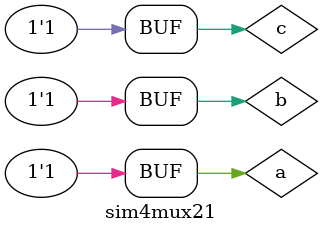
<source format=v>
`timescale 1ns / 1ps


module sim4mux21();
reg a, b, c;
wire y;
mux21 uut(.a(a), .b(b), .c(c), .y(y));
    always begin
    a = 0; b = 0; c = 0; #100;
    a = 0; b = 0; c = 1; #100;
    a = 0; b = 1; c = 0; #100;
    a = 0; b = 1; c = 1; #100;
    a = 1; b = 0; c = 0; #100;
    a = 1; b = 0; c = 1; #100;
    a = 1; b = 1; c = 0; #100;
    a = 1; b = 1; c = 1; #100;
    end
endmodule

</source>
